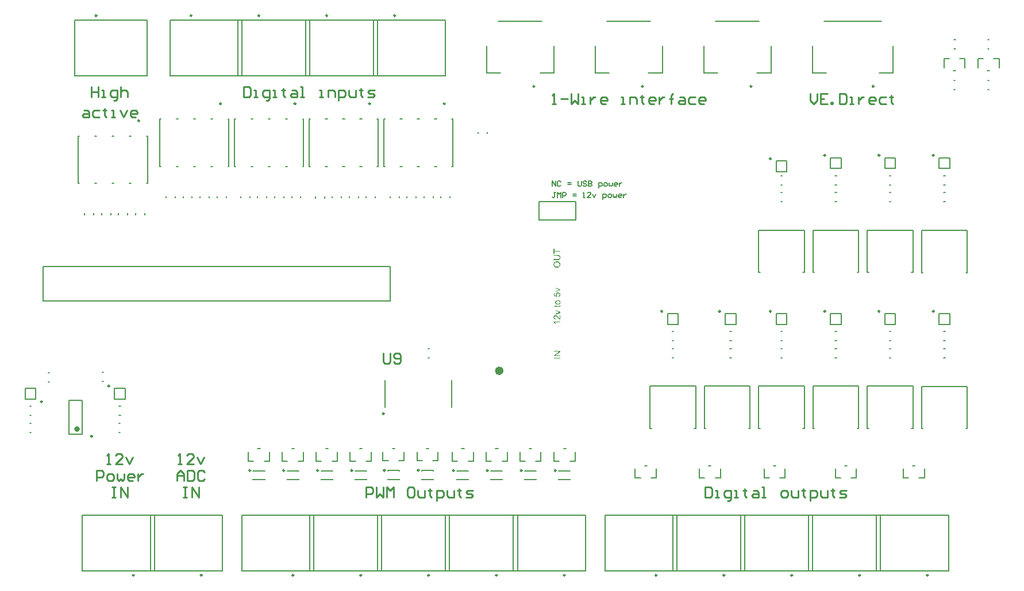
<source format=gto>
G04*
G04 #@! TF.GenerationSoftware,Altium Limited,Altium Designer,24.2.2 (26)*
G04*
G04 Layer_Color=65535*
%FSLAX25Y25*%
%MOIN*%
G70*
G04*
G04 #@! TF.SameCoordinates,93052230-0714-41EE-B623-C252674C3430*
G04*
G04*
G04 #@! TF.FilePolarity,Positive*
G04*
G01*
G75*
%ADD10C,0.02575*%
%ADD11C,0.00984*%
%ADD12C,0.01575*%
%ADD13C,0.00787*%
%ADD14C,0.01000*%
%ADD15C,0.00800*%
G36*
X324936Y187215D02*
X328329D01*
Y186706D01*
X324936D01*
Y185443D01*
X324486D01*
Y188479D01*
X324936D01*
Y187215D01*
D02*
G37*
G36*
X326855Y184875D02*
X326908D01*
X326972Y184869D01*
X327042Y184863D01*
X327189Y184846D01*
X327341Y184822D01*
X327493Y184793D01*
X327627Y184747D01*
X327633D01*
X327645Y184741D01*
X327662Y184735D01*
X327686Y184723D01*
X327744Y184688D01*
X327826Y184641D01*
X327914Y184577D01*
X328008Y184495D01*
X328095Y184390D01*
X328183Y184273D01*
Y184267D01*
X328195Y184255D01*
X328201Y184238D01*
X328218Y184208D01*
X328230Y184179D01*
X328247Y184138D01*
X328271Y184085D01*
X328288Y184033D01*
X328306Y183974D01*
X328329Y183904D01*
X328347Y183834D01*
X328359Y183752D01*
X328382Y183577D01*
X328394Y183378D01*
Y183325D01*
X328388Y183290D01*
Y183243D01*
X328382Y183190D01*
X328376Y183132D01*
X328370Y183068D01*
X328347Y182927D01*
X328318Y182781D01*
X328271Y182629D01*
X328212Y182494D01*
Y182488D01*
X328201Y182477D01*
X328195Y182465D01*
X328177Y182442D01*
X328136Y182377D01*
X328072Y182307D01*
X327996Y182225D01*
X327908Y182149D01*
X327797Y182073D01*
X327674Y182009D01*
X327668D01*
X327657Y182003D01*
X327639Y181997D01*
X327610Y181985D01*
X327575Y181974D01*
X327528Y181962D01*
X327475Y181950D01*
X327417Y181939D01*
X327352Y181921D01*
X327282Y181909D01*
X327200Y181897D01*
X327118Y181886D01*
X327025Y181874D01*
X326925Y181868D01*
X326820Y181862D01*
X326709D01*
X324486D01*
Y182371D01*
X326709D01*
X326715D01*
X326732D01*
X326756D01*
X326791D01*
X326832D01*
X326878Y182377D01*
X326990Y182383D01*
X327107Y182395D01*
X327230Y182406D01*
X327346Y182430D01*
X327399Y182442D01*
X327446Y182459D01*
X327458Y182465D01*
X327487Y182477D01*
X327528Y182500D01*
X327580Y182535D01*
X327639Y182576D01*
X327703Y182635D01*
X327762Y182699D01*
X327815Y182781D01*
X327820Y182793D01*
X327832Y182822D01*
X327855Y182869D01*
X327873Y182933D01*
X327896Y183015D01*
X327920Y183108D01*
X327932Y183214D01*
X327937Y183331D01*
Y183383D01*
X327932Y183424D01*
Y183471D01*
X327926Y183524D01*
X327908Y183641D01*
X327873Y183775D01*
X327832Y183904D01*
X327768Y184027D01*
X327733Y184085D01*
X327686Y184132D01*
X327680D01*
X327674Y184144D01*
X327657Y184156D01*
X327633Y184167D01*
X327604Y184191D01*
X327569Y184208D01*
X327522Y184232D01*
X327469Y184255D01*
X327405Y184273D01*
X327335Y184296D01*
X327259Y184319D01*
X327165Y184337D01*
X327066Y184349D01*
X326960Y184360D01*
X326838Y184372D01*
X326709D01*
X324486D01*
Y184881D01*
X326709D01*
X326715D01*
X326732D01*
X326762D01*
X326802D01*
X326855Y184875D01*
D02*
G37*
G36*
X326516Y181195D02*
X326569D01*
X326627Y181190D01*
X326691Y181184D01*
X326767Y181172D01*
X326931Y181143D01*
X327107Y181102D01*
X327288Y181043D01*
X327464Y180962D01*
X327469D01*
X327481Y180950D01*
X327504Y180938D01*
X327540Y180921D01*
X327575Y180891D01*
X327622Y180862D01*
X327721Y180792D01*
X327832Y180698D01*
X327949Y180581D01*
X328060Y180447D01*
X328160Y180295D01*
Y180289D01*
X328171Y180277D01*
X328183Y180254D01*
X328195Y180219D01*
X328212Y180178D01*
X328236Y180131D01*
X328253Y180078D01*
X328277Y180014D01*
X328318Y179879D01*
X328359Y179721D01*
X328382Y179546D01*
X328394Y179365D01*
Y179312D01*
X328388Y179271D01*
Y179224D01*
X328382Y179171D01*
X328370Y179107D01*
X328359Y179037D01*
X328329Y178891D01*
X328282Y178727D01*
X328218Y178557D01*
X328183Y178475D01*
X328136Y178393D01*
X328131Y178387D01*
X328125Y178376D01*
X328107Y178352D01*
X328089Y178323D01*
X328060Y178288D01*
X328031Y178247D01*
X327949Y178154D01*
X327844Y178048D01*
X327727Y177937D01*
X327580Y177838D01*
X327423Y177744D01*
X327417D01*
X327399Y177732D01*
X327376Y177726D01*
X327341Y177709D01*
X327300Y177691D01*
X327253Y177674D01*
X327194Y177656D01*
X327130Y177639D01*
X327060Y177615D01*
X326990Y177598D01*
X326826Y177563D01*
X326650Y177539D01*
X326463Y177528D01*
X326451D01*
X326422D01*
X326370Y177533D01*
X326305D01*
X326223Y177545D01*
X326130Y177557D01*
X326030Y177568D01*
X325913Y177592D01*
X325796Y177621D01*
X325674Y177650D01*
X325551Y177691D01*
X325428Y177744D01*
X325305Y177803D01*
X325182Y177867D01*
X325071Y177949D01*
X324966Y178036D01*
X324960Y178042D01*
X324942Y178060D01*
X324913Y178089D01*
X324878Y178130D01*
X324837Y178183D01*
X324796Y178241D01*
X324743Y178312D01*
X324691Y178393D01*
X324644Y178487D01*
X324591Y178586D01*
X324550Y178698D01*
X324503Y178815D01*
X324474Y178937D01*
X324445Y179072D01*
X324427Y179218D01*
X324422Y179365D01*
Y179417D01*
X324427Y179452D01*
Y179499D01*
X324433Y179558D01*
X324445Y179616D01*
X324451Y179686D01*
X324486Y179832D01*
X324533Y179996D01*
X324591Y180160D01*
X324632Y180242D01*
X324679Y180324D01*
Y180330D01*
X324691Y180341D01*
X324702Y180365D01*
X324726Y180394D01*
X324749Y180429D01*
X324784Y180470D01*
X324860Y180564D01*
X324960Y180669D01*
X325083Y180780D01*
X325223Y180880D01*
X325387Y180973D01*
X325393D01*
X325410Y180985D01*
X325434Y180997D01*
X325469Y181008D01*
X325510Y181026D01*
X325562Y181043D01*
X325621Y181067D01*
X325685Y181090D01*
X325761Y181108D01*
X325837Y181131D01*
X326013Y181166D01*
X326206Y181190D01*
X326416Y181201D01*
X326422D01*
X326440D01*
X326475D01*
X326516Y181195D01*
D02*
G37*
G36*
X328394Y128674D02*
X325375Y126655D01*
X328394D01*
Y126170D01*
X324550D01*
Y126685D01*
X327569Y128709D01*
X324550D01*
Y129194D01*
X328394D01*
Y128674D01*
D02*
G37*
G36*
Y124772D02*
X324550D01*
Y125281D01*
X328394D01*
Y124772D01*
D02*
G37*
G36*
X328329Y164928D02*
Y164483D01*
X325545Y163424D01*
Y163921D01*
X327218Y164518D01*
X327230Y164524D01*
X327265Y164536D01*
X327317Y164553D01*
X327387Y164577D01*
X327469Y164606D01*
X327563Y164635D01*
X327668Y164670D01*
X327774Y164699D01*
X327762Y164705D01*
X327733Y164711D01*
X327686Y164729D01*
X327627Y164746D01*
X327551Y164770D01*
X327458Y164799D01*
X327358Y164834D01*
X327247Y164875D01*
X325545Y165495D01*
Y165981D01*
X328329Y164928D01*
D02*
G37*
G36*
X327118Y163137D02*
X327165Y163132D01*
X327218Y163126D01*
X327276Y163120D01*
X327341Y163108D01*
X327481Y163067D01*
X327627Y163015D01*
X327709Y162979D01*
X327785Y162939D01*
X327861Y162892D01*
X327932Y162839D01*
X327937Y162833D01*
X327949Y162822D01*
X327973Y162798D01*
X328002Y162769D01*
X328037Y162734D01*
X328078Y162687D01*
X328119Y162634D01*
X328160Y162570D01*
X328206Y162506D01*
X328247Y162430D01*
X328288Y162342D01*
X328324Y162254D01*
X328353Y162155D01*
X328376Y162055D01*
X328388Y161944D01*
X328394Y161827D01*
Y161774D01*
X328388Y161739D01*
X328382Y161698D01*
X328376Y161646D01*
X328370Y161587D01*
X328359Y161523D01*
X328324Y161388D01*
X328271Y161248D01*
X328236Y161178D01*
X328195Y161108D01*
X328154Y161037D01*
X328101Y160973D01*
X328095Y160967D01*
X328089Y160961D01*
X328072Y160944D01*
X328048Y160920D01*
X328019Y160897D01*
X327984Y160868D01*
X327943Y160838D01*
X327896Y160803D01*
X327785Y160739D01*
X327651Y160675D01*
X327499Y160628D01*
X327411Y160610D01*
X327323Y160599D01*
X327288Y161096D01*
X327294D01*
X327306D01*
X327323Y161102D01*
X327346Y161108D01*
X327411Y161125D01*
X327493Y161149D01*
X327580Y161178D01*
X327668Y161224D01*
X327756Y161277D01*
X327832Y161347D01*
X327838Y161359D01*
X327861Y161382D01*
X327885Y161423D01*
X327920Y161482D01*
X327949Y161552D01*
X327978Y161634D01*
X328002Y161728D01*
X328008Y161827D01*
Y161862D01*
X328002Y161886D01*
X327996Y161950D01*
X327978Y162032D01*
X327943Y162120D01*
X327902Y162219D01*
X327838Y162313D01*
X327803Y162359D01*
X327756Y162406D01*
X327750D01*
X327744Y162418D01*
X327709Y162441D01*
X327651Y162482D01*
X327575Y162523D01*
X327475Y162564D01*
X327358Y162605D01*
X327224Y162628D01*
X327072Y162640D01*
X327066D01*
X327054D01*
X327031D01*
X327007Y162634D01*
X326972D01*
X326931Y162628D01*
X326838Y162611D01*
X326738Y162588D01*
X326633Y162547D01*
X326528Y162488D01*
X326434Y162412D01*
X326422Y162400D01*
X326399Y162371D01*
X326358Y162324D01*
X326317Y162254D01*
X326276Y162172D01*
X326235Y162067D01*
X326212Y161950D01*
X326200Y161821D01*
Y161780D01*
X326206Y161739D01*
X326212Y161681D01*
X326229Y161617D01*
X326247Y161546D01*
X326276Y161476D01*
X326311Y161406D01*
X326317Y161400D01*
X326329Y161377D01*
X326352Y161342D01*
X326381Y161301D01*
X326422Y161260D01*
X326469Y161213D01*
X326522Y161166D01*
X326580Y161125D01*
X326516Y160680D01*
X324544Y161055D01*
Y162962D01*
X324995D01*
Y161429D01*
X326030Y161219D01*
X326024Y161224D01*
X326019Y161236D01*
X326007Y161254D01*
X325989Y161277D01*
X325972Y161312D01*
X325954Y161347D01*
X325907Y161441D01*
X325861Y161546D01*
X325826Y161669D01*
X325796Y161804D01*
X325785Y161944D01*
Y161991D01*
X325791Y162026D01*
X325796Y162073D01*
X325802Y162120D01*
X325814Y162178D01*
X325826Y162237D01*
X325872Y162371D01*
X325896Y162441D01*
X325931Y162512D01*
X325972Y162588D01*
X326019Y162658D01*
X326071Y162728D01*
X326136Y162792D01*
X326141Y162798D01*
X326153Y162810D01*
X326171Y162827D01*
X326200Y162845D01*
X326235Y162874D01*
X326276Y162903D01*
X326323Y162933D01*
X326376Y162968D01*
X326440Y163003D01*
X326504Y163032D01*
X326580Y163061D01*
X326656Y163091D01*
X326744Y163108D01*
X326832Y163126D01*
X326931Y163137D01*
X327031Y163143D01*
X327036D01*
X327054D01*
X327083D01*
X327118Y163137D01*
D02*
G37*
G36*
X327036Y158680D02*
X327089D01*
X327148Y158674D01*
X327212Y158668D01*
X327346Y158645D01*
X327487Y158615D01*
X327627Y158574D01*
X327750Y158522D01*
X327756D01*
X327762Y158516D01*
X327803Y158493D01*
X327855Y158452D01*
X327926Y158399D01*
X328002Y158335D01*
X328078Y158253D01*
X328154Y158159D01*
X328224Y158048D01*
Y158042D01*
X328230Y158036D01*
X328242Y158019D01*
X328247Y157995D01*
X328277Y157931D01*
X328306Y157849D01*
X328341Y157750D01*
X328364Y157639D01*
X328388Y157516D01*
X328394Y157381D01*
Y157323D01*
X328388Y157282D01*
X328382Y157235D01*
X328376Y157176D01*
X328364Y157112D01*
X328347Y157042D01*
X328300Y156895D01*
X328271Y156814D01*
X328236Y156738D01*
X328195Y156656D01*
X328142Y156580D01*
X328084Y156504D01*
X328019Y156433D01*
X328013Y156428D01*
X328002Y156416D01*
X327978Y156398D01*
X327949Y156381D01*
X327908Y156351D01*
X327861Y156322D01*
X327809Y156287D01*
X327744Y156258D01*
X327668Y156223D01*
X327592Y156188D01*
X327499Y156158D01*
X327405Y156135D01*
X327300Y156112D01*
X327189Y156094D01*
X327066Y156082D01*
X326937Y156077D01*
X326925D01*
X326902D01*
X326861Y156082D01*
X326808D01*
X326744Y156088D01*
X326674Y156100D01*
X326592Y156112D01*
X326504Y156129D01*
X326411Y156153D01*
X326317Y156182D01*
X326223Y156217D01*
X326130Y156258D01*
X326036Y156305D01*
X325948Y156363D01*
X325867Y156428D01*
X325791Y156504D01*
X325785Y156509D01*
X325779Y156521D01*
X325761Y156539D01*
X325744Y156568D01*
X325720Y156603D01*
X325691Y156644D01*
X325662Y156691D01*
X325633Y156749D01*
X325609Y156808D01*
X325580Y156872D01*
X325527Y157024D01*
X325492Y157194D01*
X325486Y157288D01*
X325480Y157381D01*
Y157434D01*
X325486Y157475D01*
X325492Y157527D01*
X325498Y157580D01*
X325510Y157644D01*
X325527Y157714D01*
X325574Y157861D01*
X325603Y157937D01*
X325638Y158019D01*
X325685Y158095D01*
X325738Y158171D01*
X325796Y158247D01*
X325861Y158317D01*
X325867Y158323D01*
X325878Y158335D01*
X325902Y158352D01*
X325931Y158376D01*
X325966Y158405D01*
X326013Y158434D01*
X326071Y158469D01*
X326130Y158504D01*
X326200Y158534D01*
X326282Y158569D01*
X326364Y158598D01*
X326457Y158627D01*
X326557Y158651D01*
X326668Y158668D01*
X326779Y158680D01*
X326902Y158686D01*
X326908D01*
X326925D01*
X326955D01*
X326990D01*
X327036Y158680D01*
D02*
G37*
G36*
X328324Y155842D02*
X328329Y155819D01*
X328335Y155784D01*
X328341Y155731D01*
X328353Y155679D01*
X328359Y155620D01*
X328364Y155497D01*
Y155456D01*
X328359Y155410D01*
X328353Y155351D01*
X328347Y155287D01*
X328329Y155217D01*
X328312Y155152D01*
X328288Y155094D01*
X328282Y155088D01*
X328271Y155070D01*
X328253Y155047D01*
X328230Y155018D01*
X328201Y154983D01*
X328166Y154953D01*
X328125Y154918D01*
X328078Y154895D01*
X328072D01*
X328048Y154889D01*
X328013Y154877D01*
X327955Y154871D01*
X327879Y154860D01*
X327838Y154854D01*
X327785Y154848D01*
X327727D01*
X327662Y154842D01*
X327592D01*
X327516D01*
X325913D01*
Y154491D01*
X325545D01*
Y154842D01*
X324860D01*
X324574Y155316D01*
X325545D01*
Y155790D01*
X325913D01*
Y155316D01*
X327545D01*
X327551D01*
X327575D01*
X327610D01*
X327651Y155322D01*
X327738Y155328D01*
X327774Y155334D01*
X327803Y155339D01*
X327815Y155345D01*
X327838Y155357D01*
X327867Y155380D01*
X327896Y155415D01*
X327902Y155427D01*
X327908Y155456D01*
X327920Y155509D01*
X327926Y155579D01*
Y155638D01*
X327920Y155667D01*
Y155702D01*
X327908Y155790D01*
X328324Y155854D01*
Y155842D01*
D02*
G37*
G36*
X328329Y151800D02*
Y151356D01*
X325545Y150297D01*
Y150794D01*
X327218Y151391D01*
X327230Y151397D01*
X327265Y151408D01*
X327317Y151426D01*
X327387Y151449D01*
X327469Y151478D01*
X327563Y151508D01*
X327668Y151543D01*
X327774Y151572D01*
X327762Y151578D01*
X327733Y151584D01*
X327686Y151601D01*
X327627Y151619D01*
X327551Y151642D01*
X327458Y151672D01*
X327358Y151707D01*
X327247Y151748D01*
X325545Y152368D01*
Y152853D01*
X328329Y151800D01*
D02*
G37*
G36*
Y147407D02*
X328324D01*
X328300D01*
X328265D01*
X328224Y147413D01*
X328177Y147418D01*
X328125Y147424D01*
X328066Y147442D01*
X328008Y147459D01*
X328002D01*
X327996Y147465D01*
X327961Y147477D01*
X327914Y147500D01*
X327844Y147536D01*
X327768Y147576D01*
X327680Y147635D01*
X327592Y147694D01*
X327499Y147769D01*
X327493D01*
X327487Y147781D01*
X327452Y147810D01*
X327399Y147857D01*
X327329Y147927D01*
X327247Y148015D01*
X327148Y148120D01*
X327036Y148249D01*
X326914Y148390D01*
X326908Y148396D01*
X326890Y148419D01*
X326867Y148448D01*
X326826Y148489D01*
X326785Y148542D01*
X326732Y148600D01*
X326621Y148729D01*
X326487Y148869D01*
X326352Y149010D01*
X326288Y149080D01*
X326223Y149138D01*
X326159Y149191D01*
X326100Y149238D01*
X326095D01*
X326089Y149250D01*
X326071Y149261D01*
X326048Y149273D01*
X325989Y149308D01*
X325913Y149349D01*
X325826Y149390D01*
X325732Y149425D01*
X325627Y149449D01*
X325527Y149460D01*
X325521D01*
X325516D01*
X325480Y149454D01*
X325428Y149449D01*
X325363Y149437D01*
X325287Y149407D01*
X325211Y149372D01*
X325129Y149326D01*
X325053Y149255D01*
X325047Y149244D01*
X325024Y149220D01*
X324995Y149173D01*
X324954Y149115D01*
X324919Y149039D01*
X324890Y148951D01*
X324866Y148846D01*
X324860Y148729D01*
Y148694D01*
X324866Y148670D01*
X324872Y148612D01*
X324884Y148536D01*
X324913Y148448D01*
X324948Y148354D01*
X325001Y148267D01*
X325071Y148185D01*
X325083Y148179D01*
X325106Y148156D01*
X325153Y148120D01*
X325217Y148085D01*
X325299Y148045D01*
X325393Y148015D01*
X325504Y147992D01*
X325633Y147980D01*
X325580Y147495D01*
X325574D01*
X325556D01*
X325527Y147500D01*
X325492Y147506D01*
X325445Y147518D01*
X325393Y147524D01*
X325276Y147559D01*
X325141Y147606D01*
X325007Y147670D01*
X324872Y147758D01*
X324814Y147805D01*
X324755Y147863D01*
X324749Y147869D01*
X324743Y147881D01*
X324726Y147898D01*
X324708Y147922D01*
X324691Y147957D01*
X324661Y147998D01*
X324638Y148045D01*
X324609Y148097D01*
X324585Y148156D01*
X324556Y148220D01*
X324533Y148296D01*
X324515Y148372D01*
X324480Y148548D01*
X324474Y148641D01*
X324468Y148741D01*
Y148793D01*
X324474Y148834D01*
X324480Y148881D01*
X324486Y148934D01*
X324492Y148992D01*
X324509Y149056D01*
X324544Y149197D01*
X324597Y149343D01*
X324632Y149419D01*
X324673Y149489D01*
X324726Y149554D01*
X324778Y149618D01*
X324784Y149624D01*
X324790Y149630D01*
X324808Y149647D01*
X324831Y149671D01*
X324866Y149694D01*
X324901Y149723D01*
X324989Y149782D01*
X325100Y149840D01*
X325229Y149893D01*
X325375Y149934D01*
X325457Y149940D01*
X325539Y149946D01*
X325551D01*
X325580D01*
X325627Y149940D01*
X325685Y149934D01*
X325755Y149922D01*
X325831Y149905D01*
X325913Y149881D01*
X325995Y149846D01*
X326007Y149840D01*
X326036Y149829D01*
X326077Y149805D01*
X326136Y149770D01*
X326206Y149729D01*
X326288Y149677D01*
X326370Y149606D01*
X326463Y149530D01*
X326475Y149519D01*
X326510Y149489D01*
X326563Y149437D01*
X326598Y149402D01*
X326639Y149361D01*
X326686Y149314D01*
X326738Y149255D01*
X326791Y149197D01*
X326855Y149133D01*
X326920Y149062D01*
X326990Y148980D01*
X327060Y148899D01*
X327142Y148805D01*
X327148Y148799D01*
X327159Y148787D01*
X327177Y148764D01*
X327200Y148735D01*
X327259Y148665D01*
X327335Y148577D01*
X327417Y148489D01*
X327499Y148396D01*
X327569Y148319D01*
X327598Y148290D01*
X327627Y148261D01*
X327633Y148255D01*
X327651Y148243D01*
X327674Y148220D01*
X327709Y148191D01*
X327785Y148126D01*
X327879Y148062D01*
Y149952D01*
X328329D01*
Y147407D01*
D02*
G37*
G36*
Y145792D02*
X325322D01*
X325328Y145786D01*
X325352Y145763D01*
X325381Y145722D01*
X325422Y145669D01*
X325475Y145605D01*
X325527Y145529D01*
X325592Y145441D01*
X325650Y145342D01*
Y145336D01*
X325656Y145330D01*
X325679Y145295D01*
X325709Y145242D01*
X325744Y145178D01*
X325785Y145102D01*
X325820Y145020D01*
X325861Y144932D01*
X325896Y144850D01*
X325434D01*
Y144856D01*
X325428Y144868D01*
X325416Y144891D01*
X325398Y144915D01*
X325381Y144950D01*
X325363Y144991D01*
X325311Y145084D01*
X325246Y145190D01*
X325170Y145307D01*
X325083Y145424D01*
X324989Y145535D01*
X324983Y145541D01*
X324977Y145546D01*
X324942Y145582D01*
X324890Y145634D01*
X324825Y145699D01*
X324743Y145769D01*
X324656Y145839D01*
X324562Y145903D01*
X324468Y145956D01*
Y146266D01*
X328329D01*
Y145792D01*
D02*
G37*
%LPC*%
G36*
X326416Y180675D02*
X326411D01*
X326393D01*
X326370D01*
X326340D01*
X326299Y180669D01*
X326247D01*
X326136Y180657D01*
X326013Y180634D01*
X325872Y180605D01*
X325732Y180564D01*
X325597Y180511D01*
X325592D01*
X325580Y180505D01*
X325562Y180493D01*
X325539Y180482D01*
X325475Y180447D01*
X325398Y180394D01*
X325311Y180330D01*
X325217Y180248D01*
X325129Y180154D01*
X325053Y180049D01*
Y180043D01*
X325047Y180037D01*
X325036Y180020D01*
X325024Y179996D01*
X324995Y179932D01*
X324954Y179850D01*
X324919Y179751D01*
X324890Y179634D01*
X324866Y179505D01*
X324860Y179365D01*
Y179312D01*
X324866Y179277D01*
X324872Y179230D01*
X324878Y179171D01*
X324890Y179113D01*
X324907Y179049D01*
X324954Y178902D01*
X324983Y178826D01*
X325018Y178750D01*
X325059Y178668D01*
X325112Y178592D01*
X325170Y178516D01*
X325235Y178440D01*
X325240Y178434D01*
X325252Y178423D01*
X325276Y178405D01*
X325305Y178382D01*
X325346Y178352D01*
X325398Y178317D01*
X325457Y178282D01*
X325527Y178247D01*
X325609Y178212D01*
X325697Y178177D01*
X325796Y178142D01*
X325913Y178113D01*
X326036Y178089D01*
X326165Y178072D01*
X326311Y178060D01*
X326469Y178054D01*
X326475D01*
X326498D01*
X326533D01*
X326586Y178060D01*
X326644Y178066D01*
X326709Y178072D01*
X326785Y178083D01*
X326867Y178101D01*
X327042Y178142D01*
X327130Y178177D01*
X327224Y178212D01*
X327311Y178253D01*
X327399Y178300D01*
X327487Y178358D01*
X327563Y178423D01*
X327569Y178428D01*
X327580Y178440D01*
X327598Y178464D01*
X327627Y178493D01*
X327657Y178528D01*
X327686Y178569D01*
X327727Y178621D01*
X327762Y178680D01*
X327797Y178744D01*
X327832Y178815D01*
X327867Y178891D01*
X327896Y178978D01*
X327926Y179066D01*
X327943Y179160D01*
X327955Y179253D01*
X327961Y179359D01*
Y179411D01*
X327955Y179452D01*
X327949Y179505D01*
X327937Y179558D01*
X327926Y179622D01*
X327908Y179692D01*
X327861Y179838D01*
X327832Y179920D01*
X327791Y179996D01*
X327744Y180078D01*
X327692Y180154D01*
X327633Y180230D01*
X327563Y180300D01*
X327557Y180306D01*
X327545Y180318D01*
X327522Y180336D01*
X327487Y180359D01*
X327446Y180388D01*
X327393Y180418D01*
X327335Y180453D01*
X327271Y180488D01*
X327189Y180523D01*
X327107Y180558D01*
X327013Y180587D01*
X326908Y180616D01*
X326797Y180640D01*
X326680Y180657D01*
X326551Y180669D01*
X326416Y180675D01*
D02*
G37*
G36*
X327025Y158200D02*
X326925D01*
X326920D01*
X326902D01*
X326878D01*
X326838Y158194D01*
X326797D01*
X326750Y158188D01*
X326633Y158171D01*
X326510Y158142D01*
X326376Y158101D01*
X326253Y158042D01*
X326141Y157960D01*
X326136D01*
X326130Y157949D01*
X326100Y157919D01*
X326054Y157867D01*
X326007Y157802D01*
X325960Y157714D01*
X325913Y157615D01*
X325884Y157504D01*
X325872Y157445D01*
Y157346D01*
X325878Y157323D01*
X325884Y157258D01*
X325907Y157176D01*
X325937Y157083D01*
X325984Y156983D01*
X326054Y156884D01*
X326095Y156837D01*
X326141Y156790D01*
X326153Y156779D01*
X326171Y156767D01*
X326188Y156755D01*
X326218Y156738D01*
X326253Y156720D01*
X326294Y156697D01*
X326340Y156679D01*
X326393Y156656D01*
X326451Y156632D01*
X326516Y156615D01*
X326592Y156597D01*
X326668Y156586D01*
X326756Y156574D01*
X326843Y156562D01*
X326943D01*
X326949D01*
X326966D01*
X326996D01*
X327031Y156568D01*
X327072D01*
X327124Y156574D01*
X327241Y156591D01*
X327370Y156621D01*
X327504Y156656D01*
X327633Y156714D01*
X327692Y156749D01*
X327744Y156790D01*
X327756Y156802D01*
X327785Y156831D01*
X327826Y156884D01*
X327873Y156954D01*
X327926Y157036D01*
X327967Y157141D01*
X327996Y157252D01*
X328002Y157317D01*
X328008Y157381D01*
Y157416D01*
X328002Y157440D01*
X327996Y157504D01*
X327973Y157586D01*
X327943Y157679D01*
X327896Y157779D01*
X327832Y157872D01*
X327791Y157919D01*
X327744Y157966D01*
X327738D01*
X327733Y157978D01*
X327715Y157990D01*
X327692Y158001D01*
X327662Y158019D01*
X327627Y158042D01*
X327586Y158060D01*
X327540Y158083D01*
X327487Y158107D01*
X327429Y158124D01*
X327358Y158147D01*
X327282Y158165D01*
X327206Y158177D01*
X327118Y158188D01*
X327025Y158200D01*
D02*
G37*
%LPD*%
D10*
X294142Y117685D02*
G03*
X294142Y117685I-1181J0D01*
G01*
D11*
X148778Y59828D02*
G03*
X148778Y59828I-492J0D01*
G01*
X168463D02*
G03*
X168463Y59828I-492J0D01*
G01*
X188148D02*
G03*
X188148Y59828I-492J0D01*
G01*
X291831Y-984D02*
G03*
X291831Y-984I-492J0D01*
G01*
X252461D02*
G03*
X252461Y-984I-492J0D01*
G01*
X173721D02*
G03*
X173721Y-984I-492J0D01*
G01*
X226859Y59907D02*
G03*
X226859Y59907I-492J0D01*
G01*
X246544D02*
G03*
X246544Y59907I-492J0D01*
G01*
X325942Y59828D02*
G03*
X325942Y59828I-492J0D01*
G01*
X306258D02*
G03*
X306258Y59828I-492J0D01*
G01*
X213091Y-984D02*
G03*
X213091Y-984I-492J0D01*
G01*
X266888Y59828D02*
G03*
X266888Y59828I-492J0D01*
G01*
X286573D02*
G03*
X286573Y59828I-492J0D01*
G01*
X84390Y262795D02*
G03*
X84390Y262795I-492J0D01*
G01*
X232776Y323819D02*
G03*
X232776Y323819I-492J0D01*
G01*
X482244Y152205D02*
G03*
X482244Y152205I-492J0D01*
G01*
Y242756D02*
G03*
X482244Y242756I-492J0D01*
G01*
X450748Y240787D02*
G03*
X450748Y240787I-492J0D01*
G01*
Y152205D02*
G03*
X450748Y152205I-492J0D01*
G01*
X387756D02*
G03*
X387756Y152205I-492J0D01*
G01*
X421220D02*
G03*
X421220Y152205I-492J0D01*
G01*
X545236Y242756D02*
G03*
X545236Y242756I-492J0D01*
G01*
X513740D02*
G03*
X513740Y242756I-492J0D01*
G01*
Y152205D02*
G03*
X513740Y152205I-492J0D01*
G01*
X545236D02*
G03*
X545236Y152205I-492J0D01*
G01*
X423721Y-984D02*
G03*
X423721Y-984I-492J0D01*
G01*
X384350D02*
G03*
X384350Y-984I-492J0D01*
G01*
X463091D02*
G03*
X463091Y-984I-492J0D01*
G01*
X502461Y-984D02*
G03*
X502461Y-984I-492J0D01*
G01*
X541831D02*
G03*
X541831Y-984I-492J0D01*
G01*
X331201Y-984D02*
G03*
X331201Y-984I-492J0D01*
G01*
X207833Y59828D02*
G03*
X207833Y59828I-492J0D01*
G01*
X226181Y92815D02*
G03*
X226181Y92815I-492J0D01*
G01*
X66890Y108898D02*
G03*
X66890Y108898I-492J0D01*
G01*
X56988Y79705D02*
G03*
X56988Y79705I-492J0D01*
G01*
X81201Y-984D02*
G03*
X81201Y-984I-492J0D01*
G01*
X27905Y99764D02*
G03*
X27905Y99764I-492J0D01*
G01*
X313484Y282776D02*
G03*
X313484Y282776I-492J0D01*
G01*
X376476D02*
G03*
X376476Y282776I-492J0D01*
G01*
X510335D02*
G03*
X510335Y282776I-492J0D01*
G01*
X439468D02*
G03*
X439468Y282776I-492J0D01*
G01*
X174941Y272638D02*
G03*
X174941Y272638I-492J0D01*
G01*
X131634D02*
G03*
X131634Y272638I-492J0D01*
G01*
X193405Y323819D02*
G03*
X193405Y323819I-492J0D01*
G01*
X261555Y272638D02*
G03*
X261555Y272638I-492J0D01*
G01*
X154035Y323819D02*
G03*
X154035Y323819I-492J0D01*
G01*
X218248Y272638D02*
G03*
X218248Y272638I-492J0D01*
G01*
X114665Y323819D02*
G03*
X114665Y323819I-492J0D01*
G01*
X59547Y323819D02*
G03*
X59547Y323819I-492J0D01*
G01*
X120571Y-984D02*
G03*
X120571Y-984I-492J0D01*
G01*
D12*
X48819Y83858D02*
G03*
X48819Y83858I-787J0D01*
G01*
D13*
X316181Y205335D02*
X337362D01*
X316181D02*
Y215925D01*
X337362D01*
Y205335D02*
Y215925D01*
X150197Y54527D02*
Y54783D01*
Y54527D02*
X156890D01*
Y54783D01*
X150197Y59390D02*
Y59646D01*
X156890D01*
Y59390D02*
Y59646D01*
X169882Y54527D02*
Y54783D01*
Y54527D02*
X176575D01*
Y54783D01*
X169882Y59390D02*
Y59646D01*
X176575D01*
Y59390D02*
Y59646D01*
X189567Y54527D02*
Y54783D01*
Y54527D02*
X196260D01*
Y54783D01*
X189567Y59390D02*
Y59646D01*
X196260D01*
Y59390D02*
Y59646D01*
X152854Y72441D02*
X154232D01*
X147441Y65354D02*
Y70571D01*
X156595Y65354D02*
X159646D01*
X147441D02*
X150492D01*
X159646D02*
Y70571D01*
X192224Y72441D02*
X193602D01*
X186811Y65354D02*
Y70571D01*
X195965Y65354D02*
X199016D01*
X186811D02*
X189862D01*
X199016D02*
Y70571D01*
X172539Y72441D02*
X173917D01*
X167126Y65354D02*
Y70571D01*
X176279Y65354D02*
X179331D01*
X167126D02*
X170177D01*
X179331D02*
Y70571D01*
X303543Y1575D02*
Y33858D01*
X261811Y1575D02*
X303543D01*
X261811D02*
Y33858D01*
X303543D01*
X222441D02*
X264173D01*
X222441Y1575D02*
Y33858D01*
Y1575D02*
X264173D01*
Y33858D01*
X143701D02*
X185433D01*
X143701Y1575D02*
Y33858D01*
Y1575D02*
X185433D01*
Y33858D01*
X237727Y65434D02*
Y70651D01*
X225522Y65434D02*
X228573D01*
X234676D02*
X237727D01*
X225522D02*
Y70651D01*
X230936Y72521D02*
X232314D01*
X228278Y54607D02*
Y54863D01*
Y54607D02*
X234971D01*
Y54863D01*
X228278Y59469D02*
Y59725D01*
X234971D01*
Y59469D02*
Y59725D01*
X337008Y65354D02*
Y70571D01*
X324803Y65354D02*
X327854D01*
X333957D02*
X337008D01*
X324803D02*
Y70571D01*
X330217Y72441D02*
X331594D01*
X257412Y65434D02*
Y70651D01*
X245207Y65434D02*
X248259D01*
X254361D02*
X257412D01*
X245207D02*
Y70651D01*
X250621Y72521D02*
X251999D01*
X247963Y54607D02*
Y54863D01*
Y54607D02*
X254656D01*
Y54863D01*
X247963Y59469D02*
Y59725D01*
X254656D01*
Y59469D02*
Y59725D01*
X317126Y65354D02*
Y70571D01*
X304921Y65354D02*
X307972D01*
X314075D02*
X317126D01*
X304921D02*
Y70571D01*
X310335Y72441D02*
X311713D01*
X327361Y54527D02*
Y54783D01*
Y54527D02*
X334054D01*
Y54783D01*
X327361Y59390D02*
Y59646D01*
X334054D01*
Y59390D02*
Y59646D01*
X307677Y54527D02*
Y54783D01*
Y54527D02*
X314370D01*
Y54783D01*
X307677Y59390D02*
Y59646D01*
X314370D01*
Y59390D02*
Y59646D01*
X183071Y33858D02*
X224803D01*
X183071Y1575D02*
Y33858D01*
Y1575D02*
X224803D01*
Y33858D01*
X277953Y65354D02*
Y70571D01*
X265748Y65354D02*
X268799D01*
X274902D02*
X277953D01*
X265748D02*
Y70571D01*
X271161Y72441D02*
X272539D01*
X268307Y54527D02*
Y54783D01*
Y54527D02*
X275000D01*
Y54783D01*
X268307Y59390D02*
Y59646D01*
X275000D01*
Y59390D02*
Y59646D01*
X297638Y65354D02*
Y70571D01*
X285433Y65354D02*
X288484D01*
X294587D02*
X297638D01*
X285433D02*
Y70571D01*
X290846Y72441D02*
X292224D01*
X287992Y54527D02*
Y54783D01*
Y54527D02*
X294685D01*
Y54783D01*
X287992Y59390D02*
Y59646D01*
X294685D01*
Y59390D02*
Y59646D01*
X218701Y65354D02*
Y70571D01*
X206496Y65354D02*
X209547D01*
X215650D02*
X218701D01*
X206496D02*
Y70571D01*
X211909Y72441D02*
X213287D01*
X77461Y208268D02*
Y209055D01*
X72146Y208268D02*
Y209055D01*
X88327Y253937D02*
X88937D01*
X78327D02*
X79469D01*
X68327D02*
X69468D01*
X58327D02*
X59469D01*
X48858D02*
X49468D01*
X48858Y226378D02*
Y253937D01*
X88327Y226378D02*
X88937D01*
X78327D02*
X79469D01*
X68327D02*
X69468D01*
X58327D02*
X59469D01*
X48858D02*
X49468D01*
X88937D02*
Y253937D01*
X81988Y208268D02*
Y209055D01*
X87303Y208268D02*
Y209055D01*
X52461Y208268D02*
Y209055D01*
X57776Y208268D02*
Y209055D01*
X67618Y208268D02*
Y209055D01*
X62303Y208268D02*
Y209055D01*
X220079Y288976D02*
X261811D01*
Y321260D01*
X220079D02*
X261811D01*
X220079Y288976D02*
Y321260D01*
X556693Y280807D02*
X557480D01*
X556693Y286122D02*
X557480D01*
X556398Y291732D02*
X557776D01*
X563189Y293602D02*
Y298819D01*
X550984D02*
X554035D01*
X560138D02*
X563189D01*
X550984Y293602D02*
Y298819D01*
X556791Y309744D02*
X557579D01*
X556791Y304429D02*
X557579D01*
X491260Y144488D02*
Y150787D01*
X485118Y144488D02*
X491260D01*
X485118Y150787D02*
X491260D01*
X485118Y144488D02*
Y150787D01*
X426772Y135138D02*
X427559D01*
X426772Y140453D02*
X427559D01*
X393307Y135138D02*
X394094D01*
X393307Y140453D02*
X394094D01*
X491260Y235039D02*
Y241339D01*
X485118Y235039D02*
X491260D01*
X485118Y241339D02*
X491260D01*
X485118Y235039D02*
Y241339D01*
X487795Y225689D02*
X488583D01*
X487795Y231004D02*
X488583D01*
X459764Y233071D02*
Y239370D01*
X453622Y233071D02*
X459764D01*
X453622Y239370D02*
X459764D01*
X453622Y233071D02*
Y239370D01*
X532933Y174764D02*
Y199252D01*
X506437D02*
X532933D01*
X506437Y174764D02*
Y199252D01*
Y174764D02*
X507283D01*
X532087D02*
X532933D01*
X487795Y135138D02*
X488583D01*
X487795Y140453D02*
X488583D01*
X487795Y215846D02*
X488583D01*
X487795Y221161D02*
X488583D01*
X501437Y174764D02*
Y199252D01*
X474941D02*
X501437D01*
X474941Y174764D02*
Y199252D01*
Y174764D02*
X475787D01*
X500591D02*
X501437D01*
X456299Y135138D02*
X457087D01*
X456299Y140453D02*
X457087D01*
X459764Y144488D02*
Y150787D01*
X453622Y144488D02*
X459764D01*
X453622Y150787D02*
X459764D01*
X453622Y144488D02*
Y150787D01*
X393307Y125295D02*
X394094D01*
X393307Y130610D02*
X394094D01*
X396772Y144488D02*
Y150787D01*
X390630Y144488D02*
X396772D01*
X390630Y150787D02*
X396772D01*
X390630Y144488D02*
Y150787D01*
X426772Y125295D02*
X427559D01*
X426772Y130610D02*
X427559D01*
X430236Y144488D02*
Y150787D01*
X424094Y144488D02*
X430236D01*
X424094Y150787D02*
X430236D01*
X424094Y144488D02*
Y150787D01*
X469941Y174764D02*
Y199252D01*
X443445D02*
X469941D01*
X443445Y174764D02*
Y199252D01*
Y174764D02*
X444291D01*
X469095D02*
X469941D01*
X456299Y225689D02*
X457087D01*
X456299Y231004D02*
X457087D01*
X487795Y125295D02*
X488583D01*
X487795Y130610D02*
X488583D01*
X456299Y125295D02*
X457087D01*
X456299Y130610D02*
X457087D01*
X456299Y215846D02*
X457087D01*
X456299Y221161D02*
X457087D01*
X554252Y235039D02*
Y241339D01*
X548110Y235039D02*
X554252D01*
X548110Y241339D02*
X554252D01*
X548110Y235039D02*
Y241339D01*
X522756Y235039D02*
Y241339D01*
X516614Y235039D02*
X522756D01*
X516614Y241339D02*
X522756D01*
X516614Y235039D02*
Y241339D01*
X550787Y225689D02*
X551575D01*
X550787Y231004D02*
X551575D01*
X519291Y225689D02*
X520079D01*
X519291Y231004D02*
X520079D01*
X519291Y135138D02*
X520079D01*
X519291Y140453D02*
X520079D01*
X522756Y144488D02*
Y150787D01*
X516614Y144488D02*
X522756D01*
X516614Y150787D02*
X522756D01*
X516614Y144488D02*
Y150787D01*
X519291Y125295D02*
X520079D01*
X519291Y130610D02*
X520079D01*
X554252Y144488D02*
Y150787D01*
X548110Y144488D02*
X554252D01*
X548110Y150787D02*
X554252D01*
X548110Y144488D02*
Y150787D01*
X550787Y135138D02*
X551575D01*
X550787Y140453D02*
X551575D01*
X550787Y125295D02*
X551575D01*
X550787Y130610D02*
X551575D01*
X564429Y174616D02*
Y199104D01*
X537933D02*
X564429D01*
X537933Y174616D02*
Y199104D01*
Y174616D02*
X538779D01*
X563583D02*
X564429D01*
X532776Y62598D02*
X534154D01*
X527362Y55512D02*
Y60728D01*
X536516Y55512D02*
X539567D01*
X527362D02*
X530413D01*
X539567D02*
Y60728D01*
X564429Y84065D02*
Y108553D01*
X537933D02*
X564429D01*
X537933Y84065D02*
Y108553D01*
Y84065D02*
X538779D01*
X563583D02*
X564429D01*
X550787Y215846D02*
X551575D01*
X550787Y221161D02*
X551575D01*
X519291Y215846D02*
X520079D01*
X519291Y221161D02*
X520079D01*
X532933Y84213D02*
Y108701D01*
X506437D02*
X532933D01*
X506437Y84213D02*
Y108701D01*
Y84213D02*
X507283D01*
X532087D02*
X532933D01*
X377264Y62598D02*
X378642D01*
X371850Y55512D02*
Y60728D01*
X381004Y55512D02*
X384055D01*
X371850D02*
X374902D01*
X384055D02*
Y60728D01*
X438445Y84213D02*
Y108701D01*
X411949D02*
X438445D01*
X411949Y84213D02*
Y108701D01*
Y84213D02*
X412795D01*
X437598D02*
X438445D01*
X406949D02*
Y108701D01*
X380453D02*
X406949D01*
X380453Y84213D02*
Y108701D01*
Y84213D02*
X381299D01*
X406102D02*
X406949D01*
X414468Y62598D02*
X415846D01*
X409055Y55512D02*
Y60728D01*
X418209Y55512D02*
X421260D01*
X409055D02*
X412106D01*
X421260D02*
Y60728D01*
X493405Y62598D02*
X494783D01*
X487992Y55512D02*
Y60728D01*
X497146Y55512D02*
X500197D01*
X487992D02*
X491043D01*
X500197D02*
Y60728D01*
X501437Y84213D02*
Y108701D01*
X474941D02*
X501437D01*
X474941Y84213D02*
Y108701D01*
Y84213D02*
X475787D01*
X500591D02*
X501437D01*
X452067Y62598D02*
X453445D01*
X446654Y55512D02*
Y60728D01*
X455807Y55512D02*
X458858D01*
X446654D02*
X449705D01*
X458858D02*
Y60728D01*
X469941Y84213D02*
Y108701D01*
X443445D02*
X469941D01*
X443445Y84213D02*
Y108701D01*
Y84213D02*
X444291D01*
X469095D02*
X469941D01*
X28268Y158228D02*
Y178228D01*
X229764Y158228D02*
Y178228D01*
X28268D02*
X229764D01*
X28268Y158228D02*
X229764D01*
X435433Y1575D02*
Y33858D01*
X393701Y1575D02*
X435433D01*
X393701D02*
Y33858D01*
X435433D01*
X396063Y1575D02*
Y33858D01*
X354331Y1575D02*
X396063D01*
X354331D02*
Y33858D01*
X396063D01*
X474803Y1575D02*
Y33858D01*
X433071Y1575D02*
X474803D01*
X433071D02*
Y33858D01*
X474803D01*
X514173Y1575D02*
Y33858D01*
X472441Y1575D02*
X514173D01*
X472441D02*
Y33858D01*
X514173D01*
X553543Y1575D02*
Y33858D01*
X511811Y1575D02*
X553543D01*
X511811D02*
Y33858D01*
X553543D01*
X342913Y1575D02*
Y33858D01*
X301181Y1575D02*
X342913D01*
X301181D02*
Y33858D01*
X342913D01*
X215945Y59390D02*
Y59646D01*
X209252D02*
X215945D01*
X209252Y59390D02*
Y59646D01*
X215945Y54527D02*
Y54783D01*
X209252Y54527D02*
X215945D01*
X209252D02*
Y54783D01*
X251575Y125295D02*
X252362D01*
X251575Y130610D02*
X252362D01*
X265354Y96616D02*
Y112045D01*
X226772Y96616D02*
Y112045D01*
X72441Y97146D02*
X73228D01*
X72441Y91831D02*
X73228D01*
X62598Y111516D02*
X63386D01*
X62598Y116831D02*
X63386D01*
X31357Y116457D02*
X32144D01*
X31357Y111142D02*
X32144D01*
X75906Y101181D02*
Y107480D01*
X69764Y101181D02*
X75906D01*
X69764Y107480D02*
X75906D01*
X69764Y101181D02*
Y107480D01*
X72342Y87303D02*
X73130D01*
X72342Y81988D02*
X73130D01*
X43307Y100394D02*
X51181D01*
X43307Y80709D02*
X51181D01*
X43307D02*
Y100394D01*
X51181Y80709D02*
Y100394D01*
X20583Y91831D02*
X21370D01*
X20583Y97146D02*
X21370D01*
X92913Y1575D02*
Y33858D01*
X51181Y1575D02*
X92913D01*
X51181D02*
Y33858D01*
X92913D01*
X17906Y101181D02*
Y107480D01*
X24047D01*
X17906Y101181D02*
X24047D01*
Y107480D01*
X20583Y81988D02*
X21370D01*
X20583Y87303D02*
X21370D01*
X292520Y320374D02*
X317717D01*
X285630Y290453D02*
Y306201D01*
Y290453D02*
X293701D01*
X316535D02*
X324606D01*
Y306201D01*
X576378Y309744D02*
X577165D01*
X576378Y304429D02*
X577165D01*
X576378Y280807D02*
X577165D01*
X576378Y286122D02*
X577165D01*
X280807Y255512D02*
Y256299D01*
X286122Y255512D02*
Y256299D01*
X576083Y291732D02*
X577461D01*
X582874Y293602D02*
Y298819D01*
X570669D02*
X573721D01*
X579823D02*
X582874D01*
X570669Y293602D02*
Y298819D01*
X355512Y320374D02*
X380709D01*
X348622Y290453D02*
Y306201D01*
Y290453D02*
X356693D01*
X379528D02*
X387598D01*
Y306201D01*
X521457Y290453D02*
Y306201D01*
X513386Y290453D02*
X521457D01*
X474606D02*
X482677D01*
X474606D02*
Y306201D01*
X481496Y320374D02*
X514567D01*
X418504D02*
X443701D01*
X411614Y290453D02*
Y306201D01*
Y290453D02*
X419685D01*
X442520D02*
X450591D01*
Y306201D01*
X177854Y218110D02*
Y218898D01*
X172539Y218110D02*
Y218898D01*
X148327Y218110D02*
Y218898D01*
X143012Y218110D02*
Y218898D01*
X168012Y218110D02*
Y218898D01*
X162697Y218110D02*
Y218898D01*
X178878Y263779D02*
X179488D01*
X168878D02*
X170020D01*
X158878D02*
X160020D01*
X148878D02*
X150020D01*
X139409D02*
X140020D01*
X139409Y236221D02*
Y263779D01*
X178878Y236221D02*
X179488D01*
X168878D02*
X170020D01*
X158878D02*
X160020D01*
X148878D02*
X150020D01*
X139409D02*
X140020D01*
X179488D02*
Y263779D01*
X158169Y218110D02*
Y218898D01*
X152854Y218110D02*
Y218898D01*
X124705Y218110D02*
Y218898D01*
X119390Y218110D02*
Y218898D01*
X134547Y218110D02*
Y218898D01*
X129232Y218110D02*
Y218898D01*
X105020Y218110D02*
Y218898D01*
X99705Y218110D02*
Y218898D01*
X135571Y263779D02*
X136181D01*
X125571D02*
X126713D01*
X115571D02*
X116713D01*
X105571D02*
X106713D01*
X96102D02*
X96713D01*
X96102Y236221D02*
Y263779D01*
X135571Y236221D02*
X136181D01*
X125571D02*
X126713D01*
X115571D02*
X116713D01*
X105571D02*
X106713D01*
X96102D02*
X96713D01*
X136181D02*
Y263779D01*
X114862Y218110D02*
Y218898D01*
X109547Y218110D02*
Y218898D01*
X180709Y288976D02*
Y321260D01*
X222441D01*
Y288976D02*
Y321260D01*
X180709Y288976D02*
X222441D01*
X254626Y218110D02*
Y218898D01*
X249311Y218110D02*
Y218898D01*
X264469Y218110D02*
Y218898D01*
X259154Y218110D02*
Y218898D01*
X234941Y218110D02*
Y218898D01*
X229626Y218110D02*
Y218898D01*
X265492Y263779D02*
X266102D01*
X255492D02*
X256634D01*
X245492D02*
X246634D01*
X235492D02*
X236634D01*
X226024D02*
X226634D01*
X226024Y236221D02*
Y263779D01*
X265492Y236221D02*
X266102D01*
X255492D02*
X256634D01*
X245492D02*
X246634D01*
X235492D02*
X236634D01*
X226024D02*
X226634D01*
X266102D02*
Y263779D01*
X244783Y218110D02*
Y218898D01*
X239469Y218110D02*
Y218898D01*
X141339Y288976D02*
Y321260D01*
X183071D01*
Y288976D02*
Y321260D01*
X141339Y288976D02*
X183071D01*
X211319Y218110D02*
Y218898D01*
X206004Y218110D02*
Y218898D01*
X221161Y218110D02*
Y218898D01*
X215846Y218110D02*
Y218898D01*
X191634Y218012D02*
Y218799D01*
X186319Y218012D02*
Y218799D01*
X222185Y263779D02*
X222795D01*
X212185D02*
X213327D01*
X202185D02*
X203327D01*
X192185D02*
X193327D01*
X182717D02*
X183327D01*
X182717Y236221D02*
Y263779D01*
X222185Y236221D02*
X222795D01*
X212185D02*
X213327D01*
X202185D02*
X203327D01*
X192185D02*
X193327D01*
X182717D02*
X183327D01*
X222795D02*
Y263779D01*
X201476Y218110D02*
Y218898D01*
X196161Y218110D02*
Y218898D01*
X101969Y288976D02*
Y321260D01*
X143701D01*
Y288976D02*
Y321260D01*
X101969Y288976D02*
X143701D01*
X46850Y288976D02*
Y321260D01*
X88583D01*
Y288976D02*
Y321260D01*
X46850Y288976D02*
X88583D01*
X132283Y1575D02*
Y33858D01*
X90551Y1575D02*
X132283D01*
X90551D02*
Y33858D01*
X132283D01*
D14*
X106676Y63502D02*
X108675D01*
X107675D01*
Y69500D01*
X106676Y68501D01*
X115673Y63502D02*
X111674D01*
X115673Y67501D01*
Y68501D01*
X114673Y69500D01*
X112674D01*
X111674Y68501D01*
X117672Y67501D02*
X119671Y63502D01*
X121671Y67501D01*
X106176Y53905D02*
Y57903D01*
X108175Y59903D01*
X110175Y57903D01*
Y53905D01*
Y56904D01*
X106176D01*
X112174Y59903D02*
Y53905D01*
X115173D01*
X116173Y54904D01*
Y58903D01*
X115173Y59903D01*
X112174D01*
X122171Y58903D02*
X121171Y59903D01*
X119172D01*
X118172Y58903D01*
Y54904D01*
X119172Y53905D01*
X121171D01*
X122171Y54904D01*
X109675Y50305D02*
X111674D01*
X110674D01*
Y44307D01*
X109675D01*
X111674D01*
X114673D02*
Y50305D01*
X118672Y44307D01*
Y50305D01*
X65337Y63502D02*
X67336D01*
X66337D01*
Y69500D01*
X65337Y68501D01*
X74334Y63502D02*
X70336D01*
X74334Y67501D01*
Y68501D01*
X73334Y69500D01*
X71335D01*
X70336Y68501D01*
X76333Y67501D02*
X78333Y63502D01*
X80332Y67501D01*
X59339Y53905D02*
Y59903D01*
X62338D01*
X63338Y58903D01*
Y56904D01*
X62338Y55904D01*
X59339D01*
X66337Y53905D02*
X68336D01*
X69336Y54904D01*
Y56904D01*
X68336Y57903D01*
X66337D01*
X65337Y56904D01*
Y54904D01*
X66337Y53905D01*
X71335Y57903D02*
Y54904D01*
X72335Y53905D01*
X73334Y54904D01*
X74334Y53905D01*
X75334Y54904D01*
Y57903D01*
X80332Y53905D02*
X78333D01*
X77333Y54904D01*
Y56904D01*
X78333Y57903D01*
X80332D01*
X81332Y56904D01*
Y55904D01*
X77333D01*
X83331Y57903D02*
Y53905D01*
Y55904D01*
X84331Y56904D01*
X85331Y57903D01*
X86330D01*
X68336Y50305D02*
X70336D01*
X69336D01*
Y44307D01*
X68336D01*
X70336D01*
X73334D02*
Y50305D01*
X77333Y44307D01*
Y50305D01*
X56432Y282375D02*
Y276377D01*
Y279376D01*
X60431D01*
Y282375D01*
Y276377D01*
X62431D02*
X64430D01*
X63430D01*
Y280375D01*
X62431D01*
X69428Y274377D02*
X70428D01*
X71428Y275377D01*
Y280375D01*
X68429D01*
X67429Y279376D01*
Y277376D01*
X68429Y276377D01*
X71428D01*
X73427Y282375D02*
Y276377D01*
Y279376D01*
X74427Y280375D01*
X76426D01*
X77426Y279376D01*
Y276377D01*
X51934Y268778D02*
X53933D01*
X54933Y267779D01*
Y264779D01*
X51934D01*
X50934Y265779D01*
X51934Y266779D01*
X54933D01*
X60931Y268778D02*
X57932D01*
X56932Y267779D01*
Y265779D01*
X57932Y264779D01*
X60931D01*
X63930Y269778D02*
Y268778D01*
X62930D01*
X64930D01*
X63930D01*
Y265779D01*
X64930Y264779D01*
X67929D02*
X69928D01*
X68928D01*
Y268778D01*
X67929D01*
X72927D02*
X74927Y264779D01*
X76926Y268778D01*
X81924Y264779D02*
X79925D01*
X78925Y265779D01*
Y267779D01*
X79925Y268778D01*
X81924D01*
X82924Y267779D01*
Y266779D01*
X78925D01*
X473441Y278652D02*
Y274653D01*
X475440Y272654D01*
X477440Y274653D01*
Y278652D01*
X483438D02*
X479439D01*
Y272654D01*
X483438D01*
X479439Y275653D02*
X481438D01*
X485437Y272654D02*
Y273653D01*
X486437D01*
Y272654D01*
X485437D01*
X490435Y278652D02*
Y272654D01*
X493434D01*
X494434Y273653D01*
Y277652D01*
X493434Y278652D01*
X490435D01*
X496433Y272654D02*
X498433D01*
X497433D01*
Y276652D01*
X496433D01*
X501432D02*
Y272654D01*
Y274653D01*
X502432Y275653D01*
X503431Y276652D01*
X504431D01*
X510429Y272654D02*
X508430D01*
X507430Y273653D01*
Y275653D01*
X508430Y276652D01*
X510429D01*
X511429Y275653D01*
Y274653D01*
X507430D01*
X517427Y276652D02*
X514428D01*
X513428Y275653D01*
Y273653D01*
X514428Y272654D01*
X517427D01*
X520426Y277652D02*
Y276652D01*
X519426D01*
X521425D01*
X520426D01*
Y273653D01*
X521425Y272654D01*
X323835D02*
X325834D01*
X324834D01*
Y278652D01*
X323835Y277652D01*
X328833Y275653D02*
X332832D01*
X334831Y278652D02*
Y272654D01*
X336830Y274653D01*
X338830Y272654D01*
Y278652D01*
X340829Y272654D02*
X342828D01*
X341829D01*
Y276652D01*
X340829D01*
X345828D02*
Y272654D01*
Y274653D01*
X346827Y275653D01*
X347827Y276652D01*
X348827D01*
X354825Y272654D02*
X352825D01*
X351826Y273653D01*
Y275653D01*
X352825Y276652D01*
X354825D01*
X355824Y275653D01*
Y274653D01*
X351826D01*
X363822Y272654D02*
X365821D01*
X364821D01*
Y276652D01*
X363822D01*
X368820Y272654D02*
Y276652D01*
X371819D01*
X372819Y275653D01*
Y272654D01*
X375818Y277652D02*
Y276652D01*
X374818D01*
X376817D01*
X375818D01*
Y273653D01*
X376817Y272654D01*
X382816D02*
X380816D01*
X379817Y273653D01*
Y275653D01*
X380816Y276652D01*
X382816D01*
X383815Y275653D01*
Y274653D01*
X379817D01*
X385815Y276652D02*
Y272654D01*
Y274653D01*
X386814Y275653D01*
X387814Y276652D01*
X388814D01*
X392812Y272654D02*
Y277652D01*
Y275653D01*
X391813D01*
X393812D01*
X392812D01*
Y277652D01*
X393812Y278652D01*
X397811Y276652D02*
X399810D01*
X400810Y275653D01*
Y272654D01*
X397811D01*
X396811Y273653D01*
X397811Y274653D01*
X400810D01*
X406808Y276652D02*
X403809D01*
X402809Y275653D01*
Y273653D01*
X403809Y272654D01*
X406808D01*
X411806D02*
X409807D01*
X408807Y273653D01*
Y275653D01*
X409807Y276652D01*
X411806D01*
X412806Y275653D01*
Y274653D01*
X408807D01*
X144701Y282620D02*
Y276621D01*
X147700D01*
X148699Y277621D01*
Y281620D01*
X147700Y282620D01*
X144701D01*
X150699Y276621D02*
X152698D01*
X151699D01*
Y280620D01*
X150699D01*
X157697Y274622D02*
X158696D01*
X159696Y275622D01*
Y280620D01*
X156697D01*
X155697Y279620D01*
Y277621D01*
X156697Y276621D01*
X159696D01*
X161695D02*
X163695D01*
X162695D01*
Y280620D01*
X161695D01*
X167693Y281620D02*
Y280620D01*
X166694D01*
X168693D01*
X167693D01*
Y277621D01*
X168693Y276621D01*
X172692Y280620D02*
X174691D01*
X175691Y279620D01*
Y276621D01*
X172692D01*
X171692Y277621D01*
X172692Y278621D01*
X175691D01*
X177690Y276621D02*
X179690D01*
X178690D01*
Y282620D01*
X177690D01*
X188687Y276621D02*
X190686D01*
X189686D01*
Y280620D01*
X188687D01*
X193685Y276621D02*
Y280620D01*
X196684D01*
X197684Y279620D01*
Y276621D01*
X199683Y274622D02*
Y280620D01*
X202682D01*
X203682Y279620D01*
Y277621D01*
X202682Y276621D01*
X199683D01*
X205681Y280620D02*
Y277621D01*
X206681Y276621D01*
X209680D01*
Y280620D01*
X212679Y281620D02*
Y280620D01*
X211679D01*
X213679D01*
X212679D01*
Y277621D01*
X213679Y276621D01*
X216677D02*
X219676D01*
X220676Y277621D01*
X219676Y278621D01*
X217677D01*
X216677Y279620D01*
X217677Y280620D01*
X220676D01*
X215567Y44338D02*
Y50336D01*
X218566D01*
X219566Y49336D01*
Y47337D01*
X218566Y46337D01*
X215567D01*
X221565Y50336D02*
Y44338D01*
X223564Y46337D01*
X225564Y44338D01*
Y50336D01*
X227563Y44338D02*
Y50336D01*
X229562Y48337D01*
X231562Y50336D01*
Y44338D01*
X242558Y50336D02*
X240559D01*
X239559Y49336D01*
Y45338D01*
X240559Y44338D01*
X242558D01*
X243558Y45338D01*
Y49336D01*
X242558Y50336D01*
X245557Y48337D02*
Y45338D01*
X246557Y44338D01*
X249556D01*
Y48337D01*
X252555Y49336D02*
Y48337D01*
X251555D01*
X253555D01*
X252555D01*
Y45338D01*
X253555Y44338D01*
X256554Y42339D02*
Y48337D01*
X259553D01*
X260552Y47337D01*
Y45338D01*
X259553Y44338D01*
X256554D01*
X262552Y48337D02*
Y45338D01*
X263551Y44338D01*
X266550D01*
Y48337D01*
X269549Y49336D02*
Y48337D01*
X268550D01*
X270549D01*
X269549D01*
Y45338D01*
X270549Y44338D01*
X273548D02*
X276547D01*
X277547Y45338D01*
X276547Y46337D01*
X274548D01*
X273548Y47337D01*
X274548Y48337D01*
X277547D01*
X412417Y50336D02*
Y44338D01*
X415416D01*
X416416Y45338D01*
Y49336D01*
X415416Y50336D01*
X412417D01*
X418415Y44338D02*
X420415D01*
X419415D01*
Y48337D01*
X418415D01*
X425413Y42339D02*
X426413D01*
X427413Y43338D01*
Y48337D01*
X424413D01*
X423414Y47337D01*
Y45338D01*
X424413Y44338D01*
X427413D01*
X429412D02*
X431411D01*
X430411D01*
Y48337D01*
X429412D01*
X435410Y49336D02*
Y48337D01*
X434410D01*
X436410D01*
X435410D01*
Y45338D01*
X436410Y44338D01*
X440408Y48337D02*
X442408D01*
X443407Y47337D01*
Y44338D01*
X440408D01*
X439409Y45338D01*
X440408Y46337D01*
X443407D01*
X445407Y44338D02*
X447406D01*
X446406D01*
Y50336D01*
X445407D01*
X457403Y44338D02*
X459402D01*
X460402Y45338D01*
Y47337D01*
X459402Y48337D01*
X457403D01*
X456403Y47337D01*
Y45338D01*
X457403Y44338D01*
X462401Y48337D02*
Y45338D01*
X463401Y44338D01*
X466400D01*
Y48337D01*
X469399Y49336D02*
Y48337D01*
X468399D01*
X470399D01*
X469399D01*
Y45338D01*
X470399Y44338D01*
X473398Y42339D02*
Y48337D01*
X476397D01*
X477396Y47337D01*
Y45338D01*
X476397Y44338D01*
X473398D01*
X479396Y48337D02*
Y45338D01*
X480395Y44338D01*
X483394D01*
Y48337D01*
X486393Y49336D02*
Y48337D01*
X485394D01*
X487393D01*
X486393D01*
Y45338D01*
X487393Y44338D01*
X490392D02*
X493391D01*
X494391Y45338D01*
X493391Y46337D01*
X491392D01*
X490392Y47337D01*
X491392Y48337D01*
X494391D01*
X225682Y127977D02*
Y122978D01*
X226682Y121979D01*
X228681D01*
X229681Y122978D01*
Y127977D01*
X231680Y122978D02*
X232680Y121979D01*
X234679D01*
X235679Y122978D01*
Y126977D01*
X234679Y127977D01*
X232680D01*
X231680Y126977D01*
Y125977D01*
X232680Y124978D01*
X235679D01*
D15*
X323635Y224854D02*
Y227853D01*
X325634Y224854D01*
Y227853D01*
X328633Y227353D02*
X328133Y227853D01*
X327133D01*
X326634Y227353D01*
Y225354D01*
X327133Y224854D01*
X328133D01*
X328633Y225354D01*
X332632Y225853D02*
X334631D01*
X332632Y226853D02*
X334631D01*
X338630Y227853D02*
Y225354D01*
X339130Y224854D01*
X340129D01*
X340629Y225354D01*
Y227853D01*
X343628Y227353D02*
X343128Y227853D01*
X342129D01*
X341629Y227353D01*
Y226853D01*
X342129Y226353D01*
X343128D01*
X343628Y225853D01*
Y225354D01*
X343128Y224854D01*
X342129D01*
X341629Y225354D01*
X344628Y227853D02*
Y224854D01*
X346127D01*
X346627Y225354D01*
Y225853D01*
X346127Y226353D01*
X344628D01*
X346127D01*
X346627Y226853D01*
Y227353D01*
X346127Y227853D01*
X344628D01*
X350626Y223854D02*
Y226853D01*
X352125D01*
X352625Y226353D01*
Y225354D01*
X352125Y224854D01*
X350626D01*
X354125D02*
X355124D01*
X355624Y225354D01*
Y226353D01*
X355124Y226853D01*
X354125D01*
X353625Y226353D01*
Y225354D01*
X354125Y224854D01*
X356624Y226853D02*
Y225354D01*
X357124Y224854D01*
X357624Y225354D01*
X358123Y224854D01*
X358623Y225354D01*
Y226853D01*
X361122Y224854D02*
X360123D01*
X359623Y225354D01*
Y226353D01*
X360123Y226853D01*
X361122D01*
X361622Y226353D01*
Y225853D01*
X359623D01*
X362622Y226853D02*
Y224854D01*
Y225853D01*
X363122Y226353D01*
X363622Y226853D01*
X364122D01*
X325634Y221334D02*
X324634D01*
X325134D01*
Y218835D01*
X324634Y218335D01*
X324134D01*
X323635Y218835D01*
X326634Y218335D02*
Y221334D01*
X327633Y220335D01*
X328633Y221334D01*
Y218335D01*
X329633D02*
Y221334D01*
X331132D01*
X331632Y220834D01*
Y219835D01*
X331132Y219335D01*
X329633D01*
X335631D02*
X337630D01*
X335631Y220335D02*
X337630D01*
X341629Y218335D02*
X342629D01*
X342129D01*
Y221334D01*
X341629Y220834D01*
X346127Y218335D02*
X344128D01*
X346127Y220335D01*
Y220834D01*
X345627Y221334D01*
X344628D01*
X344128Y220834D01*
X347127Y220335D02*
X348127Y218335D01*
X349126Y220335D01*
X353125Y217335D02*
Y220335D01*
X354625D01*
X355124Y219835D01*
Y218835D01*
X354625Y218335D01*
X353125D01*
X356624D02*
X357624D01*
X358123Y218835D01*
Y219835D01*
X357624Y220335D01*
X356624D01*
X356124Y219835D01*
Y218835D01*
X356624Y218335D01*
X359123Y220335D02*
Y218835D01*
X359623Y218335D01*
X360123Y218835D01*
X360623Y218335D01*
X361122Y218835D01*
Y220335D01*
X363622Y218335D02*
X362622D01*
X362122Y218835D01*
Y219835D01*
X362622Y220335D01*
X363622D01*
X364122Y219835D01*
Y219335D01*
X362122D01*
X365121Y220335D02*
Y218335D01*
Y219335D01*
X365621Y219835D01*
X366121Y220335D01*
X366621D01*
M02*

</source>
